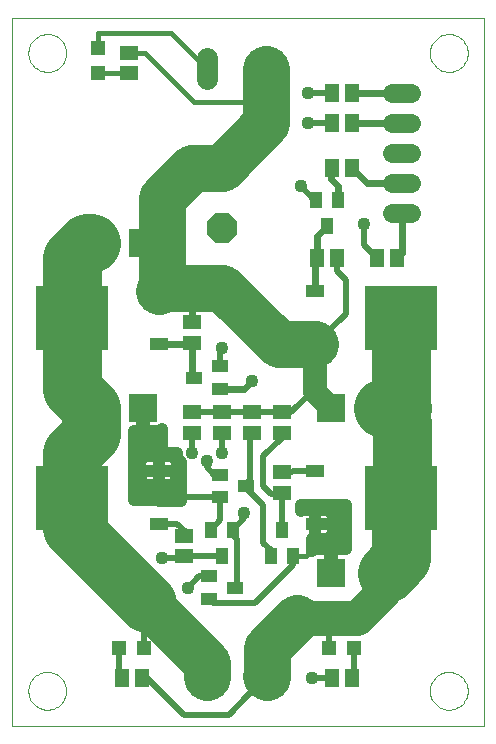
<source format=gtl>
G75*
G70*
%OFA0B0*%
%FSLAX24Y24*%
%IPPOS*%
%LPD*%
%AMOC8*
5,1,8,0,0,1.08239X$1,22.5*
%
%ADD10C,0.0000*%
%ADD11R,0.0600X0.0040*%
%ADD12R,0.0720X0.0040*%
%ADD13R,0.0680X0.0040*%
%ADD14R,0.0640X0.0040*%
%ADD15R,0.0560X0.0040*%
%ADD16R,0.0520X0.0040*%
%ADD17R,0.0440X0.0040*%
%ADD18R,0.0160X0.0040*%
%ADD19R,0.0880X0.0040*%
%ADD20R,0.1320X0.0040*%
%ADD21R,0.1520X0.0040*%
%ADD22R,0.0120X0.0040*%
%ADD23R,0.1400X0.0040*%
%ADD24R,0.1440X0.0040*%
%ADD25R,0.1480X0.0040*%
%ADD26R,0.1360X0.0040*%
%ADD27R,0.1240X0.0040*%
%ADD28R,0.1160X0.0040*%
%ADD29R,0.1080X0.0040*%
%ADD30R,0.1000X0.0040*%
%ADD31R,0.0920X0.0040*%
%ADD32R,0.0200X0.0040*%
%ADD33R,0.0760X0.0040*%
%ADD34R,0.0480X0.0040*%
%ADD35C,0.0710*%
%ADD36R,0.0945X0.0945*%
%ADD37R,0.0512X0.0591*%
%ADD38R,0.0472X0.0472*%
%ADD39R,0.0591X0.0512*%
%ADD40R,0.0551X0.0394*%
%ADD41R,0.0394X0.0551*%
%ADD42C,0.0640*%
%ADD43C,0.1000*%
%ADD44OC8,0.1000*%
%ADD45R,0.2441X0.2126*%
%ADD46R,0.0630X0.0394*%
%ADD47C,0.0197*%
%ADD48C,0.0436*%
%ADD49C,0.0394*%
%ADD50C,0.0160*%
%ADD51C,0.1575*%
%ADD52C,0.0787*%
%ADD53C,0.0236*%
%ADD54C,0.1969*%
%ADD55C,0.1181*%
D10*
X000232Y000160D02*
X015980Y000160D01*
X015980Y023782D01*
X000232Y023782D01*
X000232Y000160D01*
X000783Y001341D02*
X000785Y001391D01*
X000791Y001441D01*
X000801Y001490D01*
X000815Y001538D01*
X000832Y001585D01*
X000853Y001630D01*
X000878Y001674D01*
X000906Y001715D01*
X000938Y001754D01*
X000972Y001791D01*
X001009Y001825D01*
X001049Y001855D01*
X001091Y001882D01*
X001135Y001906D01*
X001181Y001927D01*
X001228Y001943D01*
X001276Y001956D01*
X001326Y001965D01*
X001375Y001970D01*
X001426Y001971D01*
X001476Y001968D01*
X001525Y001961D01*
X001574Y001950D01*
X001622Y001935D01*
X001668Y001917D01*
X001713Y001895D01*
X001756Y001869D01*
X001797Y001840D01*
X001836Y001808D01*
X001872Y001773D01*
X001904Y001735D01*
X001934Y001695D01*
X001961Y001652D01*
X001984Y001608D01*
X002003Y001562D01*
X002019Y001514D01*
X002031Y001465D01*
X002039Y001416D01*
X002043Y001366D01*
X002043Y001316D01*
X002039Y001266D01*
X002031Y001217D01*
X002019Y001168D01*
X002003Y001120D01*
X001984Y001074D01*
X001961Y001030D01*
X001934Y000987D01*
X001904Y000947D01*
X001872Y000909D01*
X001836Y000874D01*
X001797Y000842D01*
X001756Y000813D01*
X001713Y000787D01*
X001668Y000765D01*
X001622Y000747D01*
X001574Y000732D01*
X001525Y000721D01*
X001476Y000714D01*
X001426Y000711D01*
X001375Y000712D01*
X001326Y000717D01*
X001276Y000726D01*
X001228Y000739D01*
X001181Y000755D01*
X001135Y000776D01*
X001091Y000800D01*
X001049Y000827D01*
X001009Y000857D01*
X000972Y000891D01*
X000938Y000928D01*
X000906Y000967D01*
X000878Y001008D01*
X000853Y001052D01*
X000832Y001097D01*
X000815Y001144D01*
X000801Y001192D01*
X000791Y001241D01*
X000785Y001291D01*
X000783Y001341D01*
X014169Y001341D02*
X014171Y001391D01*
X014177Y001441D01*
X014187Y001490D01*
X014201Y001538D01*
X014218Y001585D01*
X014239Y001630D01*
X014264Y001674D01*
X014292Y001715D01*
X014324Y001754D01*
X014358Y001791D01*
X014395Y001825D01*
X014435Y001855D01*
X014477Y001882D01*
X014521Y001906D01*
X014567Y001927D01*
X014614Y001943D01*
X014662Y001956D01*
X014712Y001965D01*
X014761Y001970D01*
X014812Y001971D01*
X014862Y001968D01*
X014911Y001961D01*
X014960Y001950D01*
X015008Y001935D01*
X015054Y001917D01*
X015099Y001895D01*
X015142Y001869D01*
X015183Y001840D01*
X015222Y001808D01*
X015258Y001773D01*
X015290Y001735D01*
X015320Y001695D01*
X015347Y001652D01*
X015370Y001608D01*
X015389Y001562D01*
X015405Y001514D01*
X015417Y001465D01*
X015425Y001416D01*
X015429Y001366D01*
X015429Y001316D01*
X015425Y001266D01*
X015417Y001217D01*
X015405Y001168D01*
X015389Y001120D01*
X015370Y001074D01*
X015347Y001030D01*
X015320Y000987D01*
X015290Y000947D01*
X015258Y000909D01*
X015222Y000874D01*
X015183Y000842D01*
X015142Y000813D01*
X015099Y000787D01*
X015054Y000765D01*
X015008Y000747D01*
X014960Y000732D01*
X014911Y000721D01*
X014862Y000714D01*
X014812Y000711D01*
X014761Y000712D01*
X014712Y000717D01*
X014662Y000726D01*
X014614Y000739D01*
X014567Y000755D01*
X014521Y000776D01*
X014477Y000800D01*
X014435Y000827D01*
X014395Y000857D01*
X014358Y000891D01*
X014324Y000928D01*
X014292Y000967D01*
X014264Y001008D01*
X014239Y001052D01*
X014218Y001097D01*
X014201Y001144D01*
X014187Y001192D01*
X014177Y001241D01*
X014171Y001291D01*
X014169Y001341D01*
X014169Y022601D02*
X014171Y022651D01*
X014177Y022701D01*
X014187Y022750D01*
X014201Y022798D01*
X014218Y022845D01*
X014239Y022890D01*
X014264Y022934D01*
X014292Y022975D01*
X014324Y023014D01*
X014358Y023051D01*
X014395Y023085D01*
X014435Y023115D01*
X014477Y023142D01*
X014521Y023166D01*
X014567Y023187D01*
X014614Y023203D01*
X014662Y023216D01*
X014712Y023225D01*
X014761Y023230D01*
X014812Y023231D01*
X014862Y023228D01*
X014911Y023221D01*
X014960Y023210D01*
X015008Y023195D01*
X015054Y023177D01*
X015099Y023155D01*
X015142Y023129D01*
X015183Y023100D01*
X015222Y023068D01*
X015258Y023033D01*
X015290Y022995D01*
X015320Y022955D01*
X015347Y022912D01*
X015370Y022868D01*
X015389Y022822D01*
X015405Y022774D01*
X015417Y022725D01*
X015425Y022676D01*
X015429Y022626D01*
X015429Y022576D01*
X015425Y022526D01*
X015417Y022477D01*
X015405Y022428D01*
X015389Y022380D01*
X015370Y022334D01*
X015347Y022290D01*
X015320Y022247D01*
X015290Y022207D01*
X015258Y022169D01*
X015222Y022134D01*
X015183Y022102D01*
X015142Y022073D01*
X015099Y022047D01*
X015054Y022025D01*
X015008Y022007D01*
X014960Y021992D01*
X014911Y021981D01*
X014862Y021974D01*
X014812Y021971D01*
X014761Y021972D01*
X014712Y021977D01*
X014662Y021986D01*
X014614Y021999D01*
X014567Y022015D01*
X014521Y022036D01*
X014477Y022060D01*
X014435Y022087D01*
X014395Y022117D01*
X014358Y022151D01*
X014324Y022188D01*
X014292Y022227D01*
X014264Y022268D01*
X014239Y022312D01*
X014218Y022357D01*
X014201Y022404D01*
X014187Y022452D01*
X014177Y022501D01*
X014171Y022551D01*
X014169Y022601D01*
X000783Y022601D02*
X000785Y022651D01*
X000791Y022701D01*
X000801Y022750D01*
X000815Y022798D01*
X000832Y022845D01*
X000853Y022890D01*
X000878Y022934D01*
X000906Y022975D01*
X000938Y023014D01*
X000972Y023051D01*
X001009Y023085D01*
X001049Y023115D01*
X001091Y023142D01*
X001135Y023166D01*
X001181Y023187D01*
X001228Y023203D01*
X001276Y023216D01*
X001326Y023225D01*
X001375Y023230D01*
X001426Y023231D01*
X001476Y023228D01*
X001525Y023221D01*
X001574Y023210D01*
X001622Y023195D01*
X001668Y023177D01*
X001713Y023155D01*
X001756Y023129D01*
X001797Y023100D01*
X001836Y023068D01*
X001872Y023033D01*
X001904Y022995D01*
X001934Y022955D01*
X001961Y022912D01*
X001984Y022868D01*
X002003Y022822D01*
X002019Y022774D01*
X002031Y022725D01*
X002039Y022676D01*
X002043Y022626D01*
X002043Y022576D01*
X002039Y022526D01*
X002031Y022477D01*
X002019Y022428D01*
X002003Y022380D01*
X001984Y022334D01*
X001961Y022290D01*
X001934Y022247D01*
X001904Y022207D01*
X001872Y022169D01*
X001836Y022134D01*
X001797Y022102D01*
X001756Y022073D01*
X001713Y022047D01*
X001668Y022025D01*
X001622Y022007D01*
X001574Y021992D01*
X001525Y021981D01*
X001476Y021974D01*
X001426Y021971D01*
X001375Y021972D01*
X001326Y021977D01*
X001276Y021986D01*
X001228Y021999D01*
X001181Y022015D01*
X001135Y022036D01*
X001091Y022060D01*
X001049Y022087D01*
X001009Y022117D01*
X000972Y022151D01*
X000938Y022188D01*
X000906Y022227D01*
X000878Y022268D01*
X000853Y022312D01*
X000832Y022357D01*
X000815Y022404D01*
X000801Y022452D01*
X000791Y022501D01*
X000785Y022551D01*
X000783Y022601D01*
D11*
X001792Y003080D03*
X001792Y003040D03*
X001792Y003000D03*
X001792Y002960D03*
X001752Y002880D03*
X001672Y002640D03*
D12*
X001692Y002680D03*
X001812Y004440D03*
D13*
X001952Y004400D03*
X001712Y002760D03*
X001712Y002720D03*
D14*
X001732Y002800D03*
X001732Y002840D03*
X001772Y002920D03*
D15*
X001812Y003120D03*
D16*
X001792Y003160D03*
X001792Y003200D03*
X001792Y003240D03*
X001792Y003280D03*
X001792Y003320D03*
X001792Y003360D03*
D17*
X001792Y003400D03*
D18*
X001932Y003440D03*
X001292Y004320D03*
X001212Y004280D03*
X001172Y004240D03*
X001132Y004200D03*
X001092Y004160D03*
X001052Y004120D03*
X001012Y004080D03*
X000972Y004000D03*
X000932Y003960D03*
X000892Y003880D03*
X000892Y003840D03*
X000892Y003720D03*
D19*
X001372Y003600D03*
D20*
X001512Y003640D03*
X001792Y003720D03*
X001952Y004120D03*
D21*
X001572Y003680D03*
D22*
X000992Y004040D03*
X000912Y003920D03*
X000872Y003800D03*
X000872Y003760D03*
D23*
X001832Y003760D03*
X001952Y004040D03*
D24*
X001932Y004000D03*
X001932Y003960D03*
X001892Y003840D03*
X001852Y003800D03*
D25*
X001912Y003880D03*
X001912Y003920D03*
D26*
X001932Y004080D03*
D27*
X001952Y004160D03*
D28*
X001952Y004200D03*
D29*
X001952Y004240D03*
D30*
X001952Y004280D03*
D31*
X001952Y004320D03*
D32*
X001432Y004400D03*
X001352Y004360D03*
D33*
X001952Y004360D03*
D34*
X001812Y004480D03*
D35*
X006748Y002180D02*
X006748Y001470D01*
X008716Y001470D02*
X008716Y002180D01*
X008716Y021730D02*
X008716Y022440D01*
X006748Y022440D02*
X006748Y021730D01*
D36*
X004598Y016285D03*
X002866Y016285D03*
X002866Y010785D03*
X004598Y010785D03*
X010866Y010785D03*
X012598Y010785D03*
X012598Y005285D03*
X010866Y005285D03*
D37*
X010897Y001785D03*
X011566Y001785D03*
X004566Y001785D03*
X003897Y001785D03*
X010397Y015785D03*
X011066Y015785D03*
X012397Y015785D03*
X013066Y015785D03*
X011566Y018785D03*
X010897Y018785D03*
X010897Y020285D03*
X011566Y020285D03*
X011566Y021285D03*
X010897Y021285D03*
D38*
X003112Y021947D03*
X003112Y022773D03*
X003818Y002785D03*
X004645Y002785D03*
X010818Y002785D03*
X011645Y002785D03*
D39*
X009232Y007950D03*
X009232Y008620D03*
X009232Y009950D03*
X009232Y010620D03*
X008232Y010620D03*
X008232Y009950D03*
X007232Y009950D03*
X007232Y010620D03*
X006232Y010620D03*
X006232Y009950D03*
X006232Y012950D03*
X006232Y013620D03*
X005982Y006495D03*
X005982Y005825D03*
X004152Y021945D03*
X004152Y022615D03*
D40*
X007165Y012159D03*
X007165Y011411D03*
X006299Y011785D03*
X007174Y008534D03*
X007174Y007786D03*
X008040Y008160D03*
X006799Y005159D03*
X006799Y004411D03*
X007665Y004785D03*
D41*
X007232Y005852D03*
X007606Y006718D03*
X006858Y006718D03*
X008858Y005852D03*
X009232Y006718D03*
X009606Y005852D03*
X010732Y016852D03*
X011106Y017718D03*
X010358Y017718D03*
D42*
X012912Y017285D02*
X013552Y017285D01*
X013552Y018285D02*
X012912Y018285D01*
X012912Y019285D02*
X013552Y019285D01*
X013552Y020285D02*
X012912Y020285D01*
X012912Y021285D02*
X013552Y021285D01*
D43*
X007232Y018785D03*
D44*
X007232Y016785D03*
D45*
X002248Y013785D03*
X002248Y007785D03*
X013216Y007785D03*
X013216Y013785D03*
D46*
X010342Y012887D03*
X010342Y014683D03*
X010342Y008683D03*
X010342Y006887D03*
X005122Y006887D03*
X005122Y008683D03*
X005122Y012887D03*
X005122Y014683D03*
D47*
X007165Y012718D02*
X007165Y012159D01*
X007165Y012718D02*
X007232Y012785D01*
X007232Y010620D02*
X006232Y010620D01*
X008232Y010620D01*
X009552Y010620D01*
X010342Y011410D01*
X010342Y012887D02*
X011357Y013902D01*
X011357Y015035D01*
X011066Y015325D01*
X011066Y015785D01*
X011982Y016200D02*
X011982Y016910D01*
X011982Y016200D02*
X012397Y015785D01*
X010358Y017718D02*
X010299Y017718D01*
X009857Y018160D01*
X010107Y020285D02*
X010897Y020285D01*
X010897Y021285D02*
X010107Y021285D01*
X009232Y010620D02*
X008232Y010620D01*
X008232Y009950D02*
X008165Y009883D01*
X008165Y008410D01*
X008040Y008160D01*
X008107Y008218D01*
X008107Y008035D01*
X008607Y007535D01*
X008607Y006285D01*
X008858Y006034D01*
X008858Y005852D01*
X009232Y006718D02*
X009232Y007950D01*
X009191Y007910D01*
X008857Y007910D01*
X008607Y008160D01*
X008607Y009160D01*
X009232Y009785D01*
X009232Y009950D01*
X009607Y008660D02*
X010319Y008660D01*
X010342Y008683D01*
X009607Y008660D02*
X009566Y008620D01*
X009232Y008620D01*
X007982Y007285D02*
X007982Y007094D01*
X007606Y006718D01*
X007606Y006536D01*
X007732Y006410D01*
X007732Y004852D01*
X007665Y004785D01*
X008352Y004280D02*
X006930Y004280D01*
X006799Y004411D01*
X006799Y005159D02*
X006481Y005159D01*
X006107Y004785D01*
X005941Y005785D02*
X005232Y005785D01*
X005941Y005785D02*
X005982Y005825D01*
X007205Y005825D01*
X007232Y005852D01*
X006858Y006718D02*
X007174Y007034D01*
X007174Y007786D01*
X005481Y007786D01*
X005107Y008160D01*
X005144Y006910D02*
X005122Y006887D01*
X005144Y006910D02*
X005732Y006910D01*
X006022Y006620D01*
X005982Y006495D01*
X006981Y008534D02*
X006727Y008788D01*
X006727Y009000D01*
X006981Y008534D02*
X007174Y008534D01*
X007232Y009285D02*
X007232Y009950D01*
X006232Y009950D02*
X006232Y009285D01*
X004607Y004410D02*
X004645Y004372D01*
X004645Y002785D01*
X004566Y001785D02*
X004732Y001785D01*
X005982Y000535D01*
X007466Y000535D01*
X008716Y001825D01*
X010232Y001785D02*
X010897Y001785D01*
X011566Y001785D02*
X011645Y001864D01*
X011645Y002785D01*
X010818Y002785D02*
X010818Y003747D01*
X010857Y003785D01*
X009607Y005535D02*
X008352Y004280D01*
X009607Y005535D02*
X009607Y005851D01*
X009606Y005852D01*
X003897Y001785D02*
X003818Y001864D01*
X003818Y002785D01*
D48*
X005232Y005785D03*
X006107Y004785D03*
X007982Y007285D03*
X006727Y009000D03*
X006232Y009285D03*
X007232Y009285D03*
X008232Y011660D03*
X007232Y012785D03*
X004732Y009700D03*
X004982Y009200D03*
X004482Y009200D03*
X004357Y008700D03*
X004607Y008160D03*
X005107Y008160D03*
X009982Y007410D03*
X010482Y007410D03*
X010982Y007410D03*
X011232Y006910D03*
X010982Y006285D03*
X010482Y006285D03*
X010232Y001785D03*
X011982Y016910D03*
X009857Y018160D03*
X010107Y020285D03*
X010107Y021285D03*
D49*
X004637Y010746D02*
X004637Y010016D01*
X005100Y010016D01*
X005157Y010027D01*
X005211Y010049D01*
X005232Y010063D01*
X005232Y009285D01*
X005737Y009285D01*
X005737Y009187D01*
X005812Y009005D01*
X005857Y008960D01*
X005857Y007660D01*
X004304Y007700D01*
X004304Y010016D01*
X004559Y010016D01*
X004559Y010746D01*
X004637Y010746D01*
X004637Y010357D02*
X004559Y010357D01*
X004304Y009965D02*
X005232Y009965D01*
X005232Y009573D02*
X004304Y009573D01*
X004304Y009181D02*
X005739Y009181D01*
X005667Y009069D02*
X005626Y009110D01*
X005577Y009143D01*
X005523Y009165D01*
X005466Y009176D01*
X005122Y009176D01*
X005122Y008683D01*
X005122Y008683D01*
X005733Y008683D01*
X005733Y008909D01*
X005722Y008966D01*
X005700Y009020D01*
X005667Y009069D01*
X005733Y008788D02*
X005857Y008788D01*
X005733Y008683D02*
X005733Y008457D01*
X005722Y008399D01*
X005700Y008345D01*
X005667Y008297D01*
X005626Y008255D01*
X005577Y008223D01*
X005523Y008200D01*
X005466Y008189D01*
X005122Y008189D01*
X005122Y008683D01*
X005122Y008683D01*
X005122Y009176D01*
X004777Y009176D01*
X004720Y009165D01*
X004666Y009143D01*
X004617Y009110D01*
X004576Y009069D01*
X004544Y009020D01*
X004521Y008966D01*
X004510Y008909D01*
X004510Y008683D01*
X005122Y008683D01*
X005733Y008683D01*
X005721Y008396D02*
X005857Y008396D01*
X005857Y008004D02*
X004304Y008004D01*
X004304Y008396D02*
X004522Y008396D01*
X004521Y008399D02*
X004544Y008345D01*
X004576Y008297D01*
X004617Y008255D01*
X004666Y008223D01*
X004720Y008200D01*
X004777Y008189D01*
X005122Y008189D01*
X005122Y008683D01*
X005122Y008683D01*
X005122Y008683D01*
X004510Y008683D01*
X004510Y008457D01*
X004521Y008399D01*
X004510Y008788D02*
X004304Y008788D01*
X005122Y008788D02*
X005122Y008788D01*
X005122Y008396D02*
X005122Y008396D01*
X009857Y007535D02*
X009857Y007327D01*
X009887Y007347D01*
X009941Y007370D01*
X009998Y007381D01*
X010342Y007381D01*
X010342Y006887D01*
X010342Y006887D01*
X010342Y006394D01*
X010232Y006394D01*
X010232Y006007D01*
X010253Y006021D01*
X010307Y006043D01*
X010364Y006054D01*
X010826Y006054D01*
X010826Y005324D01*
X010905Y005324D01*
X010905Y006054D01*
X011357Y006054D01*
X011357Y007535D01*
X009857Y007535D01*
X010342Y007381D02*
X010342Y006887D01*
X010342Y006394D01*
X010686Y006394D01*
X010744Y006405D01*
X010798Y006427D01*
X010846Y006460D01*
X010888Y006501D01*
X010920Y006550D01*
X010942Y006604D01*
X010954Y006661D01*
X010954Y006887D01*
X010342Y006887D01*
X010342Y006887D01*
X010954Y006887D01*
X010954Y007113D01*
X010942Y007171D01*
X010920Y007225D01*
X010888Y007273D01*
X010846Y007315D01*
X010798Y007347D01*
X010744Y007370D01*
X010686Y007381D01*
X010342Y007381D01*
X010342Y007220D02*
X010342Y007220D01*
X010342Y006887D02*
X010342Y006887D01*
X010342Y006827D02*
X010342Y006827D01*
X010342Y006435D02*
X010342Y006435D01*
X010307Y006043D02*
X010232Y006043D01*
X010826Y006043D02*
X010905Y006043D01*
X010809Y006435D02*
X011357Y006435D01*
X011357Y006827D02*
X010954Y006827D01*
X010922Y007220D02*
X011357Y007220D01*
X010905Y005651D02*
X010826Y005651D01*
D50*
X010482Y006285D02*
X010049Y005852D01*
X009606Y005852D01*
X008636Y020960D02*
X006312Y020960D01*
X004657Y022615D01*
X004152Y022615D01*
X004151Y021947D02*
X004152Y021945D01*
X004151Y021947D02*
X003112Y021947D01*
X003112Y022773D02*
X003112Y023280D01*
X005553Y023280D01*
X006748Y022085D01*
X008636Y020960D02*
X008716Y021040D01*
D51*
X008716Y020269D01*
X007232Y018785D01*
X006232Y018785D01*
X005232Y017785D01*
X005232Y016285D01*
X005232Y014793D01*
X005122Y014683D01*
X005224Y014785D01*
X006232Y014785D01*
X007232Y014785D01*
X009129Y012887D01*
X010342Y012887D01*
X008716Y021040D02*
X008716Y022085D01*
X004732Y004285D02*
X006732Y002285D01*
X006732Y001801D01*
X006748Y001825D01*
X008716Y001825D02*
X008732Y001801D01*
X008732Y002785D01*
X009732Y003785D01*
D52*
X010866Y010785D02*
X010342Y011309D01*
X010342Y011410D01*
X010342Y012887D01*
X005232Y016285D02*
X004598Y016285D01*
D53*
X006232Y014785D02*
X006232Y013620D01*
X006232Y012950D02*
X006232Y011852D01*
X006299Y011785D01*
X006169Y012887D02*
X006232Y012950D01*
X006169Y012887D02*
X005122Y012887D01*
X007165Y011411D02*
X007983Y011411D01*
X008232Y011660D01*
X010342Y014683D02*
X010342Y015730D01*
X010397Y015785D01*
X010397Y016517D01*
X010732Y016852D01*
X011106Y017718D02*
X011106Y018161D01*
X010857Y018410D01*
X010857Y018745D01*
X010897Y018785D01*
X011566Y018785D02*
X012066Y018285D01*
X013232Y018285D01*
X013232Y017285D02*
X013232Y015950D01*
X013066Y015785D01*
X013232Y020285D02*
X011566Y020285D01*
X011566Y021285D02*
X013232Y021285D01*
D54*
X013216Y013785D02*
X013216Y010801D01*
X013232Y010785D01*
X013232Y010285D02*
X013232Y007801D01*
X013216Y007785D01*
X013216Y005769D01*
X012732Y005285D01*
X013232Y010285D02*
X012732Y010785D01*
X012598Y010785D01*
X004732Y004285D02*
X004607Y004410D01*
X002248Y006769D01*
X002248Y007785D01*
X002232Y007801D01*
X002232Y009285D01*
X002866Y009919D01*
X002866Y010785D01*
X002232Y011419D01*
X002232Y013785D01*
X002248Y013785D01*
X002232Y013785D02*
X002232Y015785D01*
X002732Y016285D01*
X002866Y016285D01*
D55*
X009732Y003785D02*
X010857Y003785D01*
X011732Y003785D01*
X012598Y004651D01*
X012598Y005285D01*
X012732Y005285D01*
X012598Y010785D02*
X013232Y010785D01*
M02*

</source>
